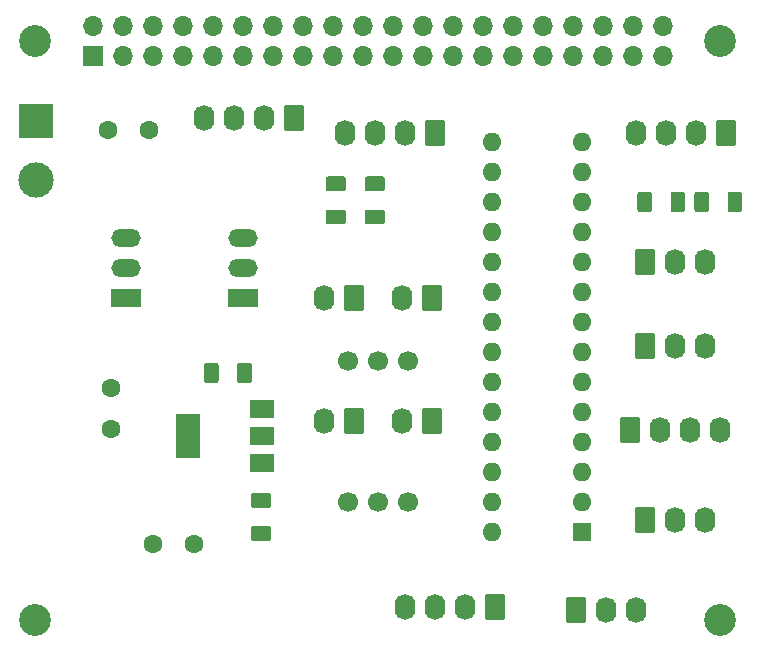
<source format=gts>
G04 #@! TF.GenerationSoftware,KiCad,Pcbnew,5.1.2-f72e74a~84~ubuntu18.04.1*
G04 #@! TF.CreationDate,2019-08-10T09:51:38+02:00*
G04 #@! TF.ProjectId,RPI_Peripheral_Expander,5250495f-5065-4726-9970-686572616c5f,rev?*
G04 #@! TF.SameCoordinates,Original*
G04 #@! TF.FileFunction,Soldermask,Top*
G04 #@! TF.FilePolarity,Negative*
%FSLAX46Y46*%
G04 Gerber Fmt 4.6, Leading zero omitted, Abs format (unit mm)*
G04 Created by KiCad (PCBNEW 5.1.2-f72e74a~84~ubuntu18.04.1) date 2019-08-10 09:51:38*
%MOMM*%
%LPD*%
G04 APERTURE LIST*
%ADD10O,1.740000X2.200000*%
%ADD11C,0.150000*%
%ADD12C,1.740000*%
%ADD13R,1.700000X1.700000*%
%ADD14O,1.700000X1.700000*%
%ADD15C,2.700000*%
%ADD16C,1.600000*%
%ADD17C,1.250000*%
%ADD18R,3.000000X3.000000*%
%ADD19C,3.000000*%
%ADD20R,2.000000X3.800000*%
%ADD21R,2.000000X1.500000*%
%ADD22R,2.500000X1.500000*%
%ADD23O,2.500000X1.500000*%
%ADD24C,1.700000*%
%ADD25R,1.600000X1.600000*%
%ADD26O,1.600000X1.600000*%
G04 APERTURE END LIST*
D10*
X260198000Y-116218000D03*
X257658000Y-116218000D03*
D11*
G36*
X255762505Y-115119204D02*
G01*
X255786773Y-115122804D01*
X255810572Y-115128765D01*
X255833671Y-115137030D01*
X255855850Y-115147520D01*
X255876893Y-115160132D01*
X255896599Y-115174747D01*
X255914777Y-115191223D01*
X255931253Y-115209401D01*
X255945868Y-115229107D01*
X255958480Y-115250150D01*
X255968970Y-115272329D01*
X255977235Y-115295428D01*
X255983196Y-115319227D01*
X255986796Y-115343495D01*
X255988000Y-115367999D01*
X255988000Y-117068001D01*
X255986796Y-117092505D01*
X255983196Y-117116773D01*
X255977235Y-117140572D01*
X255968970Y-117163671D01*
X255958480Y-117185850D01*
X255945868Y-117206893D01*
X255931253Y-117226599D01*
X255914777Y-117244777D01*
X255896599Y-117261253D01*
X255876893Y-117275868D01*
X255855850Y-117288480D01*
X255833671Y-117298970D01*
X255810572Y-117307235D01*
X255786773Y-117313196D01*
X255762505Y-117316796D01*
X255738001Y-117318000D01*
X254497999Y-117318000D01*
X254473495Y-117316796D01*
X254449227Y-117313196D01*
X254425428Y-117307235D01*
X254402329Y-117298970D01*
X254380150Y-117288480D01*
X254359107Y-117275868D01*
X254339401Y-117261253D01*
X254321223Y-117244777D01*
X254304747Y-117226599D01*
X254290132Y-117206893D01*
X254277520Y-117185850D01*
X254267030Y-117163671D01*
X254258765Y-117140572D01*
X254252804Y-117116773D01*
X254249204Y-117092505D01*
X254248000Y-117068001D01*
X254248000Y-115367999D01*
X254249204Y-115343495D01*
X254252804Y-115319227D01*
X254258765Y-115295428D01*
X254267030Y-115272329D01*
X254277520Y-115250150D01*
X254290132Y-115229107D01*
X254304747Y-115209401D01*
X254321223Y-115191223D01*
X254339401Y-115174747D01*
X254359107Y-115160132D01*
X254380150Y-115147520D01*
X254402329Y-115137030D01*
X254425428Y-115128765D01*
X254449227Y-115122804D01*
X254473495Y-115119204D01*
X254497999Y-115118000D01*
X255738001Y-115118000D01*
X255762505Y-115119204D01*
X255762505Y-115119204D01*
G37*
D12*
X255118000Y-116218000D03*
D10*
X234544000Y-119266000D03*
D11*
G36*
X237728505Y-118167204D02*
G01*
X237752773Y-118170804D01*
X237776572Y-118176765D01*
X237799671Y-118185030D01*
X237821850Y-118195520D01*
X237842893Y-118208132D01*
X237862599Y-118222747D01*
X237880777Y-118239223D01*
X237897253Y-118257401D01*
X237911868Y-118277107D01*
X237924480Y-118298150D01*
X237934970Y-118320329D01*
X237943235Y-118343428D01*
X237949196Y-118367227D01*
X237952796Y-118391495D01*
X237954000Y-118415999D01*
X237954000Y-120116001D01*
X237952796Y-120140505D01*
X237949196Y-120164773D01*
X237943235Y-120188572D01*
X237934970Y-120211671D01*
X237924480Y-120233850D01*
X237911868Y-120254893D01*
X237897253Y-120274599D01*
X237880777Y-120292777D01*
X237862599Y-120309253D01*
X237842893Y-120323868D01*
X237821850Y-120336480D01*
X237799671Y-120346970D01*
X237776572Y-120355235D01*
X237752773Y-120361196D01*
X237728505Y-120364796D01*
X237704001Y-120366000D01*
X236463999Y-120366000D01*
X236439495Y-120364796D01*
X236415227Y-120361196D01*
X236391428Y-120355235D01*
X236368329Y-120346970D01*
X236346150Y-120336480D01*
X236325107Y-120323868D01*
X236305401Y-120309253D01*
X236287223Y-120292777D01*
X236270747Y-120274599D01*
X236256132Y-120254893D01*
X236243520Y-120233850D01*
X236233030Y-120211671D01*
X236224765Y-120188572D01*
X236218804Y-120164773D01*
X236215204Y-120140505D01*
X236214000Y-120116001D01*
X236214000Y-118415999D01*
X236215204Y-118391495D01*
X236218804Y-118367227D01*
X236224765Y-118343428D01*
X236233030Y-118320329D01*
X236243520Y-118298150D01*
X236256132Y-118277107D01*
X236270747Y-118257401D01*
X236287223Y-118239223D01*
X236305401Y-118222747D01*
X236325107Y-118208132D01*
X236346150Y-118195520D01*
X236368329Y-118185030D01*
X236391428Y-118176765D01*
X236415227Y-118170804D01*
X236439495Y-118167204D01*
X236463999Y-118166000D01*
X237704001Y-118166000D01*
X237728505Y-118167204D01*
X237728505Y-118167204D01*
G37*
D12*
X237084000Y-119266000D03*
D13*
X208370000Y-98770000D03*
D14*
X208370000Y-96230000D03*
X210910000Y-98770000D03*
X210910000Y-96230000D03*
X213450000Y-98770000D03*
X213450000Y-96230000D03*
X215990000Y-98770000D03*
X215990000Y-96230000D03*
X218530000Y-98770000D03*
X218530000Y-96230000D03*
X221070000Y-98770000D03*
X221070000Y-96230000D03*
X223610000Y-98770000D03*
X223610000Y-96230000D03*
X226150000Y-98770000D03*
X226150000Y-96230000D03*
X228690000Y-98770000D03*
X228690000Y-96230000D03*
X231230000Y-98770000D03*
X231230000Y-96230000D03*
X233770000Y-98770000D03*
X233770000Y-96230000D03*
X236310000Y-98770000D03*
X236310000Y-96230000D03*
X238850000Y-98770000D03*
X238850000Y-96230000D03*
X241390000Y-98770000D03*
X241390000Y-96230000D03*
X243930000Y-98770000D03*
X243930000Y-96230000D03*
X246470000Y-98770000D03*
X246470000Y-96230000D03*
X249010000Y-98770000D03*
X249010000Y-96230000D03*
X251550000Y-98770000D03*
X251550000Y-96230000D03*
X254090000Y-98770000D03*
X254090000Y-96230000D03*
X256630000Y-98770000D03*
X256630000Y-96230000D03*
D15*
X261500000Y-146500000D03*
X203500000Y-146500000D03*
X261500000Y-97500000D03*
X203500000Y-97500000D03*
D16*
X209906000Y-130386000D03*
X209906000Y-126886000D03*
X213462000Y-140094000D03*
X216962000Y-140094000D03*
D11*
G36*
X221611504Y-124742204D02*
G01*
X221635773Y-124745804D01*
X221659571Y-124751765D01*
X221682671Y-124760030D01*
X221704849Y-124770520D01*
X221725893Y-124783133D01*
X221745598Y-124797747D01*
X221763777Y-124814223D01*
X221780253Y-124832402D01*
X221794867Y-124852107D01*
X221807480Y-124873151D01*
X221817970Y-124895329D01*
X221826235Y-124918429D01*
X221832196Y-124942227D01*
X221835796Y-124966496D01*
X221837000Y-124991000D01*
X221837000Y-126241000D01*
X221835796Y-126265504D01*
X221832196Y-126289773D01*
X221826235Y-126313571D01*
X221817970Y-126336671D01*
X221807480Y-126358849D01*
X221794867Y-126379893D01*
X221780253Y-126399598D01*
X221763777Y-126417777D01*
X221745598Y-126434253D01*
X221725893Y-126448867D01*
X221704849Y-126461480D01*
X221682671Y-126471970D01*
X221659571Y-126480235D01*
X221635773Y-126486196D01*
X221611504Y-126489796D01*
X221587000Y-126491000D01*
X220837000Y-126491000D01*
X220812496Y-126489796D01*
X220788227Y-126486196D01*
X220764429Y-126480235D01*
X220741329Y-126471970D01*
X220719151Y-126461480D01*
X220698107Y-126448867D01*
X220678402Y-126434253D01*
X220660223Y-126417777D01*
X220643747Y-126399598D01*
X220629133Y-126379893D01*
X220616520Y-126358849D01*
X220606030Y-126336671D01*
X220597765Y-126313571D01*
X220591804Y-126289773D01*
X220588204Y-126265504D01*
X220587000Y-126241000D01*
X220587000Y-124991000D01*
X220588204Y-124966496D01*
X220591804Y-124942227D01*
X220597765Y-124918429D01*
X220606030Y-124895329D01*
X220616520Y-124873151D01*
X220629133Y-124852107D01*
X220643747Y-124832402D01*
X220660223Y-124814223D01*
X220678402Y-124797747D01*
X220698107Y-124783133D01*
X220719151Y-124770520D01*
X220741329Y-124760030D01*
X220764429Y-124751765D01*
X220788227Y-124745804D01*
X220812496Y-124742204D01*
X220837000Y-124741000D01*
X221587000Y-124741000D01*
X221611504Y-124742204D01*
X221611504Y-124742204D01*
G37*
D17*
X221212000Y-125616000D03*
D11*
G36*
X218811504Y-124742204D02*
G01*
X218835773Y-124745804D01*
X218859571Y-124751765D01*
X218882671Y-124760030D01*
X218904849Y-124770520D01*
X218925893Y-124783133D01*
X218945598Y-124797747D01*
X218963777Y-124814223D01*
X218980253Y-124832402D01*
X218994867Y-124852107D01*
X219007480Y-124873151D01*
X219017970Y-124895329D01*
X219026235Y-124918429D01*
X219032196Y-124942227D01*
X219035796Y-124966496D01*
X219037000Y-124991000D01*
X219037000Y-126241000D01*
X219035796Y-126265504D01*
X219032196Y-126289773D01*
X219026235Y-126313571D01*
X219017970Y-126336671D01*
X219007480Y-126358849D01*
X218994867Y-126379893D01*
X218980253Y-126399598D01*
X218963777Y-126417777D01*
X218945598Y-126434253D01*
X218925893Y-126448867D01*
X218904849Y-126461480D01*
X218882671Y-126471970D01*
X218859571Y-126480235D01*
X218835773Y-126486196D01*
X218811504Y-126489796D01*
X218787000Y-126491000D01*
X218037000Y-126491000D01*
X218012496Y-126489796D01*
X217988227Y-126486196D01*
X217964429Y-126480235D01*
X217941329Y-126471970D01*
X217919151Y-126461480D01*
X217898107Y-126448867D01*
X217878402Y-126434253D01*
X217860223Y-126417777D01*
X217843747Y-126399598D01*
X217829133Y-126379893D01*
X217816520Y-126358849D01*
X217806030Y-126336671D01*
X217797765Y-126313571D01*
X217791804Y-126289773D01*
X217788204Y-126265504D01*
X217787000Y-126241000D01*
X217787000Y-124991000D01*
X217788204Y-124966496D01*
X217791804Y-124942227D01*
X217797765Y-124918429D01*
X217806030Y-124895329D01*
X217816520Y-124873151D01*
X217829133Y-124852107D01*
X217843747Y-124832402D01*
X217860223Y-124814223D01*
X217878402Y-124797747D01*
X217898107Y-124783133D01*
X217919151Y-124770520D01*
X217941329Y-124760030D01*
X217964429Y-124751765D01*
X217988227Y-124745804D01*
X218012496Y-124742204D01*
X218037000Y-124741000D01*
X218787000Y-124741000D01*
X218811504Y-124742204D01*
X218811504Y-124742204D01*
G37*
D17*
X218412000Y-125616000D03*
D11*
G36*
X223255504Y-135784204D02*
G01*
X223279773Y-135787804D01*
X223303571Y-135793765D01*
X223326671Y-135802030D01*
X223348849Y-135812520D01*
X223369893Y-135825133D01*
X223389598Y-135839747D01*
X223407777Y-135856223D01*
X223424253Y-135874402D01*
X223438867Y-135894107D01*
X223451480Y-135915151D01*
X223461970Y-135937329D01*
X223470235Y-135960429D01*
X223476196Y-135984227D01*
X223479796Y-136008496D01*
X223481000Y-136033000D01*
X223481000Y-136783000D01*
X223479796Y-136807504D01*
X223476196Y-136831773D01*
X223470235Y-136855571D01*
X223461970Y-136878671D01*
X223451480Y-136900849D01*
X223438867Y-136921893D01*
X223424253Y-136941598D01*
X223407777Y-136959777D01*
X223389598Y-136976253D01*
X223369893Y-136990867D01*
X223348849Y-137003480D01*
X223326671Y-137013970D01*
X223303571Y-137022235D01*
X223279773Y-137028196D01*
X223255504Y-137031796D01*
X223231000Y-137033000D01*
X221981000Y-137033000D01*
X221956496Y-137031796D01*
X221932227Y-137028196D01*
X221908429Y-137022235D01*
X221885329Y-137013970D01*
X221863151Y-137003480D01*
X221842107Y-136990867D01*
X221822402Y-136976253D01*
X221804223Y-136959777D01*
X221787747Y-136941598D01*
X221773133Y-136921893D01*
X221760520Y-136900849D01*
X221750030Y-136878671D01*
X221741765Y-136855571D01*
X221735804Y-136831773D01*
X221732204Y-136807504D01*
X221731000Y-136783000D01*
X221731000Y-136033000D01*
X221732204Y-136008496D01*
X221735804Y-135984227D01*
X221741765Y-135960429D01*
X221750030Y-135937329D01*
X221760520Y-135915151D01*
X221773133Y-135894107D01*
X221787747Y-135874402D01*
X221804223Y-135856223D01*
X221822402Y-135839747D01*
X221842107Y-135825133D01*
X221863151Y-135812520D01*
X221885329Y-135802030D01*
X221908429Y-135793765D01*
X221932227Y-135787804D01*
X221956496Y-135784204D01*
X221981000Y-135783000D01*
X223231000Y-135783000D01*
X223255504Y-135784204D01*
X223255504Y-135784204D01*
G37*
D17*
X222606000Y-136408000D03*
D11*
G36*
X223255504Y-138584204D02*
G01*
X223279773Y-138587804D01*
X223303571Y-138593765D01*
X223326671Y-138602030D01*
X223348849Y-138612520D01*
X223369893Y-138625133D01*
X223389598Y-138639747D01*
X223407777Y-138656223D01*
X223424253Y-138674402D01*
X223438867Y-138694107D01*
X223451480Y-138715151D01*
X223461970Y-138737329D01*
X223470235Y-138760429D01*
X223476196Y-138784227D01*
X223479796Y-138808496D01*
X223481000Y-138833000D01*
X223481000Y-139583000D01*
X223479796Y-139607504D01*
X223476196Y-139631773D01*
X223470235Y-139655571D01*
X223461970Y-139678671D01*
X223451480Y-139700849D01*
X223438867Y-139721893D01*
X223424253Y-139741598D01*
X223407777Y-139759777D01*
X223389598Y-139776253D01*
X223369893Y-139790867D01*
X223348849Y-139803480D01*
X223326671Y-139813970D01*
X223303571Y-139822235D01*
X223279773Y-139828196D01*
X223255504Y-139831796D01*
X223231000Y-139833000D01*
X221981000Y-139833000D01*
X221956496Y-139831796D01*
X221932227Y-139828196D01*
X221908429Y-139822235D01*
X221885329Y-139813970D01*
X221863151Y-139803480D01*
X221842107Y-139790867D01*
X221822402Y-139776253D01*
X221804223Y-139759777D01*
X221787747Y-139741598D01*
X221773133Y-139721893D01*
X221760520Y-139700849D01*
X221750030Y-139678671D01*
X221741765Y-139655571D01*
X221735804Y-139631773D01*
X221732204Y-139607504D01*
X221731000Y-139583000D01*
X221731000Y-138833000D01*
X221732204Y-138808496D01*
X221735804Y-138784227D01*
X221741765Y-138760429D01*
X221750030Y-138737329D01*
X221760520Y-138715151D01*
X221773133Y-138694107D01*
X221787747Y-138674402D01*
X221804223Y-138656223D01*
X221822402Y-138639747D01*
X221842107Y-138625133D01*
X221863151Y-138612520D01*
X221885329Y-138602030D01*
X221908429Y-138593765D01*
X221932227Y-138587804D01*
X221956496Y-138584204D01*
X221981000Y-138583000D01*
X223231000Y-138583000D01*
X223255504Y-138584204D01*
X223255504Y-138584204D01*
G37*
D17*
X222606000Y-139208000D03*
D11*
G36*
X263143504Y-110264204D02*
G01*
X263167773Y-110267804D01*
X263191571Y-110273765D01*
X263214671Y-110282030D01*
X263236849Y-110292520D01*
X263257893Y-110305133D01*
X263277598Y-110319747D01*
X263295777Y-110336223D01*
X263312253Y-110354402D01*
X263326867Y-110374107D01*
X263339480Y-110395151D01*
X263349970Y-110417329D01*
X263358235Y-110440429D01*
X263364196Y-110464227D01*
X263367796Y-110488496D01*
X263369000Y-110513000D01*
X263369000Y-111763000D01*
X263367796Y-111787504D01*
X263364196Y-111811773D01*
X263358235Y-111835571D01*
X263349970Y-111858671D01*
X263339480Y-111880849D01*
X263326867Y-111901893D01*
X263312253Y-111921598D01*
X263295777Y-111939777D01*
X263277598Y-111956253D01*
X263257893Y-111970867D01*
X263236849Y-111983480D01*
X263214671Y-111993970D01*
X263191571Y-112002235D01*
X263167773Y-112008196D01*
X263143504Y-112011796D01*
X263119000Y-112013000D01*
X262369000Y-112013000D01*
X262344496Y-112011796D01*
X262320227Y-112008196D01*
X262296429Y-112002235D01*
X262273329Y-111993970D01*
X262251151Y-111983480D01*
X262230107Y-111970867D01*
X262210402Y-111956253D01*
X262192223Y-111939777D01*
X262175747Y-111921598D01*
X262161133Y-111901893D01*
X262148520Y-111880849D01*
X262138030Y-111858671D01*
X262129765Y-111835571D01*
X262123804Y-111811773D01*
X262120204Y-111787504D01*
X262119000Y-111763000D01*
X262119000Y-110513000D01*
X262120204Y-110488496D01*
X262123804Y-110464227D01*
X262129765Y-110440429D01*
X262138030Y-110417329D01*
X262148520Y-110395151D01*
X262161133Y-110374107D01*
X262175747Y-110354402D01*
X262192223Y-110336223D01*
X262210402Y-110319747D01*
X262230107Y-110305133D01*
X262251151Y-110292520D01*
X262273329Y-110282030D01*
X262296429Y-110273765D01*
X262320227Y-110267804D01*
X262344496Y-110264204D01*
X262369000Y-110263000D01*
X263119000Y-110263000D01*
X263143504Y-110264204D01*
X263143504Y-110264204D01*
G37*
D17*
X262744000Y-111138000D03*
D11*
G36*
X260343504Y-110264204D02*
G01*
X260367773Y-110267804D01*
X260391571Y-110273765D01*
X260414671Y-110282030D01*
X260436849Y-110292520D01*
X260457893Y-110305133D01*
X260477598Y-110319747D01*
X260495777Y-110336223D01*
X260512253Y-110354402D01*
X260526867Y-110374107D01*
X260539480Y-110395151D01*
X260549970Y-110417329D01*
X260558235Y-110440429D01*
X260564196Y-110464227D01*
X260567796Y-110488496D01*
X260569000Y-110513000D01*
X260569000Y-111763000D01*
X260567796Y-111787504D01*
X260564196Y-111811773D01*
X260558235Y-111835571D01*
X260549970Y-111858671D01*
X260539480Y-111880849D01*
X260526867Y-111901893D01*
X260512253Y-111921598D01*
X260495777Y-111939777D01*
X260477598Y-111956253D01*
X260457893Y-111970867D01*
X260436849Y-111983480D01*
X260414671Y-111993970D01*
X260391571Y-112002235D01*
X260367773Y-112008196D01*
X260343504Y-112011796D01*
X260319000Y-112013000D01*
X259569000Y-112013000D01*
X259544496Y-112011796D01*
X259520227Y-112008196D01*
X259496429Y-112002235D01*
X259473329Y-111993970D01*
X259451151Y-111983480D01*
X259430107Y-111970867D01*
X259410402Y-111956253D01*
X259392223Y-111939777D01*
X259375747Y-111921598D01*
X259361133Y-111901893D01*
X259348520Y-111880849D01*
X259338030Y-111858671D01*
X259329765Y-111835571D01*
X259323804Y-111811773D01*
X259320204Y-111787504D01*
X259319000Y-111763000D01*
X259319000Y-110513000D01*
X259320204Y-110488496D01*
X259323804Y-110464227D01*
X259329765Y-110440429D01*
X259338030Y-110417329D01*
X259348520Y-110395151D01*
X259361133Y-110374107D01*
X259375747Y-110354402D01*
X259392223Y-110336223D01*
X259410402Y-110319747D01*
X259430107Y-110305133D01*
X259451151Y-110292520D01*
X259473329Y-110282030D01*
X259496429Y-110273765D01*
X259520227Y-110267804D01*
X259544496Y-110264204D01*
X259569000Y-110263000D01*
X260319000Y-110263000D01*
X260343504Y-110264204D01*
X260343504Y-110264204D01*
G37*
D17*
X259944000Y-111138000D03*
D18*
X203556000Y-104280000D03*
D19*
X203556000Y-109280000D03*
D10*
X254356000Y-105296000D03*
X256896000Y-105296000D03*
X259436000Y-105296000D03*
D11*
G36*
X262620505Y-104197204D02*
G01*
X262644773Y-104200804D01*
X262668572Y-104206765D01*
X262691671Y-104215030D01*
X262713850Y-104225520D01*
X262734893Y-104238132D01*
X262754599Y-104252747D01*
X262772777Y-104269223D01*
X262789253Y-104287401D01*
X262803868Y-104307107D01*
X262816480Y-104328150D01*
X262826970Y-104350329D01*
X262835235Y-104373428D01*
X262841196Y-104397227D01*
X262844796Y-104421495D01*
X262846000Y-104445999D01*
X262846000Y-106146001D01*
X262844796Y-106170505D01*
X262841196Y-106194773D01*
X262835235Y-106218572D01*
X262826970Y-106241671D01*
X262816480Y-106263850D01*
X262803868Y-106284893D01*
X262789253Y-106304599D01*
X262772777Y-106322777D01*
X262754599Y-106339253D01*
X262734893Y-106353868D01*
X262713850Y-106366480D01*
X262691671Y-106376970D01*
X262668572Y-106385235D01*
X262644773Y-106391196D01*
X262620505Y-106394796D01*
X262596001Y-106396000D01*
X261355999Y-106396000D01*
X261331495Y-106394796D01*
X261307227Y-106391196D01*
X261283428Y-106385235D01*
X261260329Y-106376970D01*
X261238150Y-106366480D01*
X261217107Y-106353868D01*
X261197401Y-106339253D01*
X261179223Y-106322777D01*
X261162747Y-106304599D01*
X261148132Y-106284893D01*
X261135520Y-106263850D01*
X261125030Y-106241671D01*
X261116765Y-106218572D01*
X261110804Y-106194773D01*
X261107204Y-106170505D01*
X261106000Y-106146001D01*
X261106000Y-104445999D01*
X261107204Y-104421495D01*
X261110804Y-104397227D01*
X261116765Y-104373428D01*
X261125030Y-104350329D01*
X261135520Y-104328150D01*
X261148132Y-104307107D01*
X261162747Y-104287401D01*
X261179223Y-104269223D01*
X261197401Y-104252747D01*
X261217107Y-104238132D01*
X261238150Y-104225520D01*
X261260329Y-104215030D01*
X261283428Y-104206765D01*
X261307227Y-104200804D01*
X261331495Y-104197204D01*
X261355999Y-104196000D01*
X262596001Y-104196000D01*
X262620505Y-104197204D01*
X262620505Y-104197204D01*
G37*
D12*
X261976000Y-105296000D03*
D11*
G36*
X237982505Y-104197204D02*
G01*
X238006773Y-104200804D01*
X238030572Y-104206765D01*
X238053671Y-104215030D01*
X238075850Y-104225520D01*
X238096893Y-104238132D01*
X238116599Y-104252747D01*
X238134777Y-104269223D01*
X238151253Y-104287401D01*
X238165868Y-104307107D01*
X238178480Y-104328150D01*
X238188970Y-104350329D01*
X238197235Y-104373428D01*
X238203196Y-104397227D01*
X238206796Y-104421495D01*
X238208000Y-104445999D01*
X238208000Y-106146001D01*
X238206796Y-106170505D01*
X238203196Y-106194773D01*
X238197235Y-106218572D01*
X238188970Y-106241671D01*
X238178480Y-106263850D01*
X238165868Y-106284893D01*
X238151253Y-106304599D01*
X238134777Y-106322777D01*
X238116599Y-106339253D01*
X238096893Y-106353868D01*
X238075850Y-106366480D01*
X238053671Y-106376970D01*
X238030572Y-106385235D01*
X238006773Y-106391196D01*
X237982505Y-106394796D01*
X237958001Y-106396000D01*
X236717999Y-106396000D01*
X236693495Y-106394796D01*
X236669227Y-106391196D01*
X236645428Y-106385235D01*
X236622329Y-106376970D01*
X236600150Y-106366480D01*
X236579107Y-106353868D01*
X236559401Y-106339253D01*
X236541223Y-106322777D01*
X236524747Y-106304599D01*
X236510132Y-106284893D01*
X236497520Y-106263850D01*
X236487030Y-106241671D01*
X236478765Y-106218572D01*
X236472804Y-106194773D01*
X236469204Y-106170505D01*
X236468000Y-106146001D01*
X236468000Y-104445999D01*
X236469204Y-104421495D01*
X236472804Y-104397227D01*
X236478765Y-104373428D01*
X236487030Y-104350329D01*
X236497520Y-104328150D01*
X236510132Y-104307107D01*
X236524747Y-104287401D01*
X236541223Y-104269223D01*
X236559401Y-104252747D01*
X236579107Y-104238132D01*
X236600150Y-104225520D01*
X236622329Y-104215030D01*
X236645428Y-104206765D01*
X236669227Y-104200804D01*
X236693495Y-104197204D01*
X236717999Y-104196000D01*
X237958001Y-104196000D01*
X237982505Y-104197204D01*
X237982505Y-104197204D01*
G37*
D12*
X237338000Y-105296000D03*
D10*
X234798000Y-105296000D03*
X232258000Y-105296000D03*
X229718000Y-105296000D03*
D11*
G36*
X243062505Y-144329204D02*
G01*
X243086773Y-144332804D01*
X243110572Y-144338765D01*
X243133671Y-144347030D01*
X243155850Y-144357520D01*
X243176893Y-144370132D01*
X243196599Y-144384747D01*
X243214777Y-144401223D01*
X243231253Y-144419401D01*
X243245868Y-144439107D01*
X243258480Y-144460150D01*
X243268970Y-144482329D01*
X243277235Y-144505428D01*
X243283196Y-144529227D01*
X243286796Y-144553495D01*
X243288000Y-144577999D01*
X243288000Y-146278001D01*
X243286796Y-146302505D01*
X243283196Y-146326773D01*
X243277235Y-146350572D01*
X243268970Y-146373671D01*
X243258480Y-146395850D01*
X243245868Y-146416893D01*
X243231253Y-146436599D01*
X243214777Y-146454777D01*
X243196599Y-146471253D01*
X243176893Y-146485868D01*
X243155850Y-146498480D01*
X243133671Y-146508970D01*
X243110572Y-146517235D01*
X243086773Y-146523196D01*
X243062505Y-146526796D01*
X243038001Y-146528000D01*
X241797999Y-146528000D01*
X241773495Y-146526796D01*
X241749227Y-146523196D01*
X241725428Y-146517235D01*
X241702329Y-146508970D01*
X241680150Y-146498480D01*
X241659107Y-146485868D01*
X241639401Y-146471253D01*
X241621223Y-146454777D01*
X241604747Y-146436599D01*
X241590132Y-146416893D01*
X241577520Y-146395850D01*
X241567030Y-146373671D01*
X241558765Y-146350572D01*
X241552804Y-146326773D01*
X241549204Y-146302505D01*
X241548000Y-146278001D01*
X241548000Y-144577999D01*
X241549204Y-144553495D01*
X241552804Y-144529227D01*
X241558765Y-144505428D01*
X241567030Y-144482329D01*
X241577520Y-144460150D01*
X241590132Y-144439107D01*
X241604747Y-144419401D01*
X241621223Y-144401223D01*
X241639401Y-144384747D01*
X241659107Y-144370132D01*
X241680150Y-144357520D01*
X241702329Y-144347030D01*
X241725428Y-144338765D01*
X241749227Y-144332804D01*
X241773495Y-144329204D01*
X241797999Y-144328000D01*
X243038001Y-144328000D01*
X243062505Y-144329204D01*
X243062505Y-144329204D01*
G37*
D12*
X242418000Y-145428000D03*
D10*
X239878000Y-145428000D03*
X237338000Y-145428000D03*
X234798000Y-145428000D03*
X234544000Y-129680000D03*
D11*
G36*
X237728505Y-128581204D02*
G01*
X237752773Y-128584804D01*
X237776572Y-128590765D01*
X237799671Y-128599030D01*
X237821850Y-128609520D01*
X237842893Y-128622132D01*
X237862599Y-128636747D01*
X237880777Y-128653223D01*
X237897253Y-128671401D01*
X237911868Y-128691107D01*
X237924480Y-128712150D01*
X237934970Y-128734329D01*
X237943235Y-128757428D01*
X237949196Y-128781227D01*
X237952796Y-128805495D01*
X237954000Y-128829999D01*
X237954000Y-130530001D01*
X237952796Y-130554505D01*
X237949196Y-130578773D01*
X237943235Y-130602572D01*
X237934970Y-130625671D01*
X237924480Y-130647850D01*
X237911868Y-130668893D01*
X237897253Y-130688599D01*
X237880777Y-130706777D01*
X237862599Y-130723253D01*
X237842893Y-130737868D01*
X237821850Y-130750480D01*
X237799671Y-130760970D01*
X237776572Y-130769235D01*
X237752773Y-130775196D01*
X237728505Y-130778796D01*
X237704001Y-130780000D01*
X236463999Y-130780000D01*
X236439495Y-130778796D01*
X236415227Y-130775196D01*
X236391428Y-130769235D01*
X236368329Y-130760970D01*
X236346150Y-130750480D01*
X236325107Y-130737868D01*
X236305401Y-130723253D01*
X236287223Y-130706777D01*
X236270747Y-130688599D01*
X236256132Y-130668893D01*
X236243520Y-130647850D01*
X236233030Y-130625671D01*
X236224765Y-130602572D01*
X236218804Y-130578773D01*
X236215204Y-130554505D01*
X236214000Y-130530001D01*
X236214000Y-128829999D01*
X236215204Y-128805495D01*
X236218804Y-128781227D01*
X236224765Y-128757428D01*
X236233030Y-128734329D01*
X236243520Y-128712150D01*
X236256132Y-128691107D01*
X236270747Y-128671401D01*
X236287223Y-128653223D01*
X236305401Y-128636747D01*
X236325107Y-128622132D01*
X236346150Y-128609520D01*
X236368329Y-128599030D01*
X236391428Y-128590765D01*
X236415227Y-128584804D01*
X236439495Y-128581204D01*
X236463999Y-128580000D01*
X237704001Y-128580000D01*
X237728505Y-128581204D01*
X237728505Y-128581204D01*
G37*
D12*
X237084000Y-129680000D03*
D11*
G36*
X231124505Y-128581204D02*
G01*
X231148773Y-128584804D01*
X231172572Y-128590765D01*
X231195671Y-128599030D01*
X231217850Y-128609520D01*
X231238893Y-128622132D01*
X231258599Y-128636747D01*
X231276777Y-128653223D01*
X231293253Y-128671401D01*
X231307868Y-128691107D01*
X231320480Y-128712150D01*
X231330970Y-128734329D01*
X231339235Y-128757428D01*
X231345196Y-128781227D01*
X231348796Y-128805495D01*
X231350000Y-128829999D01*
X231350000Y-130530001D01*
X231348796Y-130554505D01*
X231345196Y-130578773D01*
X231339235Y-130602572D01*
X231330970Y-130625671D01*
X231320480Y-130647850D01*
X231307868Y-130668893D01*
X231293253Y-130688599D01*
X231276777Y-130706777D01*
X231258599Y-130723253D01*
X231238893Y-130737868D01*
X231217850Y-130750480D01*
X231195671Y-130760970D01*
X231172572Y-130769235D01*
X231148773Y-130775196D01*
X231124505Y-130778796D01*
X231100001Y-130780000D01*
X229859999Y-130780000D01*
X229835495Y-130778796D01*
X229811227Y-130775196D01*
X229787428Y-130769235D01*
X229764329Y-130760970D01*
X229742150Y-130750480D01*
X229721107Y-130737868D01*
X229701401Y-130723253D01*
X229683223Y-130706777D01*
X229666747Y-130688599D01*
X229652132Y-130668893D01*
X229639520Y-130647850D01*
X229629030Y-130625671D01*
X229620765Y-130602572D01*
X229614804Y-130578773D01*
X229611204Y-130554505D01*
X229610000Y-130530001D01*
X229610000Y-128829999D01*
X229611204Y-128805495D01*
X229614804Y-128781227D01*
X229620765Y-128757428D01*
X229629030Y-128734329D01*
X229639520Y-128712150D01*
X229652132Y-128691107D01*
X229666747Y-128671401D01*
X229683223Y-128653223D01*
X229701401Y-128636747D01*
X229721107Y-128622132D01*
X229742150Y-128609520D01*
X229764329Y-128599030D01*
X229787428Y-128590765D01*
X229811227Y-128584804D01*
X229835495Y-128581204D01*
X229859999Y-128580000D01*
X231100001Y-128580000D01*
X231124505Y-128581204D01*
X231124505Y-128581204D01*
G37*
D12*
X230480000Y-129680000D03*
D10*
X227940000Y-129680000D03*
D11*
G36*
X229605504Y-108984204D02*
G01*
X229629773Y-108987804D01*
X229653571Y-108993765D01*
X229676671Y-109002030D01*
X229698849Y-109012520D01*
X229719893Y-109025133D01*
X229739598Y-109039747D01*
X229757777Y-109056223D01*
X229774253Y-109074402D01*
X229788867Y-109094107D01*
X229801480Y-109115151D01*
X229811970Y-109137329D01*
X229820235Y-109160429D01*
X229826196Y-109184227D01*
X229829796Y-109208496D01*
X229831000Y-109233000D01*
X229831000Y-109983000D01*
X229829796Y-110007504D01*
X229826196Y-110031773D01*
X229820235Y-110055571D01*
X229811970Y-110078671D01*
X229801480Y-110100849D01*
X229788867Y-110121893D01*
X229774253Y-110141598D01*
X229757777Y-110159777D01*
X229739598Y-110176253D01*
X229719893Y-110190867D01*
X229698849Y-110203480D01*
X229676671Y-110213970D01*
X229653571Y-110222235D01*
X229629773Y-110228196D01*
X229605504Y-110231796D01*
X229581000Y-110233000D01*
X228331000Y-110233000D01*
X228306496Y-110231796D01*
X228282227Y-110228196D01*
X228258429Y-110222235D01*
X228235329Y-110213970D01*
X228213151Y-110203480D01*
X228192107Y-110190867D01*
X228172402Y-110176253D01*
X228154223Y-110159777D01*
X228137747Y-110141598D01*
X228123133Y-110121893D01*
X228110520Y-110100849D01*
X228100030Y-110078671D01*
X228091765Y-110055571D01*
X228085804Y-110031773D01*
X228082204Y-110007504D01*
X228081000Y-109983000D01*
X228081000Y-109233000D01*
X228082204Y-109208496D01*
X228085804Y-109184227D01*
X228091765Y-109160429D01*
X228100030Y-109137329D01*
X228110520Y-109115151D01*
X228123133Y-109094107D01*
X228137747Y-109074402D01*
X228154223Y-109056223D01*
X228172402Y-109039747D01*
X228192107Y-109025133D01*
X228213151Y-109012520D01*
X228235329Y-109002030D01*
X228258429Y-108993765D01*
X228282227Y-108987804D01*
X228306496Y-108984204D01*
X228331000Y-108983000D01*
X229581000Y-108983000D01*
X229605504Y-108984204D01*
X229605504Y-108984204D01*
G37*
D17*
X228956000Y-109608000D03*
D11*
G36*
X229605504Y-111784204D02*
G01*
X229629773Y-111787804D01*
X229653571Y-111793765D01*
X229676671Y-111802030D01*
X229698849Y-111812520D01*
X229719893Y-111825133D01*
X229739598Y-111839747D01*
X229757777Y-111856223D01*
X229774253Y-111874402D01*
X229788867Y-111894107D01*
X229801480Y-111915151D01*
X229811970Y-111937329D01*
X229820235Y-111960429D01*
X229826196Y-111984227D01*
X229829796Y-112008496D01*
X229831000Y-112033000D01*
X229831000Y-112783000D01*
X229829796Y-112807504D01*
X229826196Y-112831773D01*
X229820235Y-112855571D01*
X229811970Y-112878671D01*
X229801480Y-112900849D01*
X229788867Y-112921893D01*
X229774253Y-112941598D01*
X229757777Y-112959777D01*
X229739598Y-112976253D01*
X229719893Y-112990867D01*
X229698849Y-113003480D01*
X229676671Y-113013970D01*
X229653571Y-113022235D01*
X229629773Y-113028196D01*
X229605504Y-113031796D01*
X229581000Y-113033000D01*
X228331000Y-113033000D01*
X228306496Y-113031796D01*
X228282227Y-113028196D01*
X228258429Y-113022235D01*
X228235329Y-113013970D01*
X228213151Y-113003480D01*
X228192107Y-112990867D01*
X228172402Y-112976253D01*
X228154223Y-112959777D01*
X228137747Y-112941598D01*
X228123133Y-112921893D01*
X228110520Y-112900849D01*
X228100030Y-112878671D01*
X228091765Y-112855571D01*
X228085804Y-112831773D01*
X228082204Y-112807504D01*
X228081000Y-112783000D01*
X228081000Y-112033000D01*
X228082204Y-112008496D01*
X228085804Y-111984227D01*
X228091765Y-111960429D01*
X228100030Y-111937329D01*
X228110520Y-111915151D01*
X228123133Y-111894107D01*
X228137747Y-111874402D01*
X228154223Y-111856223D01*
X228172402Y-111839747D01*
X228192107Y-111825133D01*
X228213151Y-111812520D01*
X228235329Y-111802030D01*
X228258429Y-111793765D01*
X228282227Y-111787804D01*
X228306496Y-111784204D01*
X228331000Y-111783000D01*
X229581000Y-111783000D01*
X229605504Y-111784204D01*
X229605504Y-111784204D01*
G37*
D17*
X228956000Y-112408000D03*
D11*
G36*
X232907504Y-111784204D02*
G01*
X232931773Y-111787804D01*
X232955571Y-111793765D01*
X232978671Y-111802030D01*
X233000849Y-111812520D01*
X233021893Y-111825133D01*
X233041598Y-111839747D01*
X233059777Y-111856223D01*
X233076253Y-111874402D01*
X233090867Y-111894107D01*
X233103480Y-111915151D01*
X233113970Y-111937329D01*
X233122235Y-111960429D01*
X233128196Y-111984227D01*
X233131796Y-112008496D01*
X233133000Y-112033000D01*
X233133000Y-112783000D01*
X233131796Y-112807504D01*
X233128196Y-112831773D01*
X233122235Y-112855571D01*
X233113970Y-112878671D01*
X233103480Y-112900849D01*
X233090867Y-112921893D01*
X233076253Y-112941598D01*
X233059777Y-112959777D01*
X233041598Y-112976253D01*
X233021893Y-112990867D01*
X233000849Y-113003480D01*
X232978671Y-113013970D01*
X232955571Y-113022235D01*
X232931773Y-113028196D01*
X232907504Y-113031796D01*
X232883000Y-113033000D01*
X231633000Y-113033000D01*
X231608496Y-113031796D01*
X231584227Y-113028196D01*
X231560429Y-113022235D01*
X231537329Y-113013970D01*
X231515151Y-113003480D01*
X231494107Y-112990867D01*
X231474402Y-112976253D01*
X231456223Y-112959777D01*
X231439747Y-112941598D01*
X231425133Y-112921893D01*
X231412520Y-112900849D01*
X231402030Y-112878671D01*
X231393765Y-112855571D01*
X231387804Y-112831773D01*
X231384204Y-112807504D01*
X231383000Y-112783000D01*
X231383000Y-112033000D01*
X231384204Y-112008496D01*
X231387804Y-111984227D01*
X231393765Y-111960429D01*
X231402030Y-111937329D01*
X231412520Y-111915151D01*
X231425133Y-111894107D01*
X231439747Y-111874402D01*
X231456223Y-111856223D01*
X231474402Y-111839747D01*
X231494107Y-111825133D01*
X231515151Y-111812520D01*
X231537329Y-111802030D01*
X231560429Y-111793765D01*
X231584227Y-111787804D01*
X231608496Y-111784204D01*
X231633000Y-111783000D01*
X232883000Y-111783000D01*
X232907504Y-111784204D01*
X232907504Y-111784204D01*
G37*
D17*
X232258000Y-112408000D03*
D11*
G36*
X232907504Y-108984204D02*
G01*
X232931773Y-108987804D01*
X232955571Y-108993765D01*
X232978671Y-109002030D01*
X233000849Y-109012520D01*
X233021893Y-109025133D01*
X233041598Y-109039747D01*
X233059777Y-109056223D01*
X233076253Y-109074402D01*
X233090867Y-109094107D01*
X233103480Y-109115151D01*
X233113970Y-109137329D01*
X233122235Y-109160429D01*
X233128196Y-109184227D01*
X233131796Y-109208496D01*
X233133000Y-109233000D01*
X233133000Y-109983000D01*
X233131796Y-110007504D01*
X233128196Y-110031773D01*
X233122235Y-110055571D01*
X233113970Y-110078671D01*
X233103480Y-110100849D01*
X233090867Y-110121893D01*
X233076253Y-110141598D01*
X233059777Y-110159777D01*
X233041598Y-110176253D01*
X233021893Y-110190867D01*
X233000849Y-110203480D01*
X232978671Y-110213970D01*
X232955571Y-110222235D01*
X232931773Y-110228196D01*
X232907504Y-110231796D01*
X232883000Y-110233000D01*
X231633000Y-110233000D01*
X231608496Y-110231796D01*
X231584227Y-110228196D01*
X231560429Y-110222235D01*
X231537329Y-110213970D01*
X231515151Y-110203480D01*
X231494107Y-110190867D01*
X231474402Y-110176253D01*
X231456223Y-110159777D01*
X231439747Y-110141598D01*
X231425133Y-110121893D01*
X231412520Y-110100849D01*
X231402030Y-110078671D01*
X231393765Y-110055571D01*
X231387804Y-110031773D01*
X231384204Y-110007504D01*
X231383000Y-109983000D01*
X231383000Y-109233000D01*
X231384204Y-109208496D01*
X231387804Y-109184227D01*
X231393765Y-109160429D01*
X231402030Y-109137329D01*
X231412520Y-109115151D01*
X231425133Y-109094107D01*
X231439747Y-109074402D01*
X231456223Y-109056223D01*
X231474402Y-109039747D01*
X231494107Y-109025133D01*
X231515151Y-109012520D01*
X231537329Y-109002030D01*
X231560429Y-108993765D01*
X231584227Y-108987804D01*
X231608496Y-108984204D01*
X231633000Y-108983000D01*
X232883000Y-108983000D01*
X232907504Y-108984204D01*
X232907504Y-108984204D01*
G37*
D17*
X232258000Y-109608000D03*
D11*
G36*
X258317504Y-110264204D02*
G01*
X258341773Y-110267804D01*
X258365571Y-110273765D01*
X258388671Y-110282030D01*
X258410849Y-110292520D01*
X258431893Y-110305133D01*
X258451598Y-110319747D01*
X258469777Y-110336223D01*
X258486253Y-110354402D01*
X258500867Y-110374107D01*
X258513480Y-110395151D01*
X258523970Y-110417329D01*
X258532235Y-110440429D01*
X258538196Y-110464227D01*
X258541796Y-110488496D01*
X258543000Y-110513000D01*
X258543000Y-111763000D01*
X258541796Y-111787504D01*
X258538196Y-111811773D01*
X258532235Y-111835571D01*
X258523970Y-111858671D01*
X258513480Y-111880849D01*
X258500867Y-111901893D01*
X258486253Y-111921598D01*
X258469777Y-111939777D01*
X258451598Y-111956253D01*
X258431893Y-111970867D01*
X258410849Y-111983480D01*
X258388671Y-111993970D01*
X258365571Y-112002235D01*
X258341773Y-112008196D01*
X258317504Y-112011796D01*
X258293000Y-112013000D01*
X257543000Y-112013000D01*
X257518496Y-112011796D01*
X257494227Y-112008196D01*
X257470429Y-112002235D01*
X257447329Y-111993970D01*
X257425151Y-111983480D01*
X257404107Y-111970867D01*
X257384402Y-111956253D01*
X257366223Y-111939777D01*
X257349747Y-111921598D01*
X257335133Y-111901893D01*
X257322520Y-111880849D01*
X257312030Y-111858671D01*
X257303765Y-111835571D01*
X257297804Y-111811773D01*
X257294204Y-111787504D01*
X257293000Y-111763000D01*
X257293000Y-110513000D01*
X257294204Y-110488496D01*
X257297804Y-110464227D01*
X257303765Y-110440429D01*
X257312030Y-110417329D01*
X257322520Y-110395151D01*
X257335133Y-110374107D01*
X257349747Y-110354402D01*
X257366223Y-110336223D01*
X257384402Y-110319747D01*
X257404107Y-110305133D01*
X257425151Y-110292520D01*
X257447329Y-110282030D01*
X257470429Y-110273765D01*
X257494227Y-110267804D01*
X257518496Y-110264204D01*
X257543000Y-110263000D01*
X258293000Y-110263000D01*
X258317504Y-110264204D01*
X258317504Y-110264204D01*
G37*
D17*
X257918000Y-111138000D03*
D11*
G36*
X255517504Y-110264204D02*
G01*
X255541773Y-110267804D01*
X255565571Y-110273765D01*
X255588671Y-110282030D01*
X255610849Y-110292520D01*
X255631893Y-110305133D01*
X255651598Y-110319747D01*
X255669777Y-110336223D01*
X255686253Y-110354402D01*
X255700867Y-110374107D01*
X255713480Y-110395151D01*
X255723970Y-110417329D01*
X255732235Y-110440429D01*
X255738196Y-110464227D01*
X255741796Y-110488496D01*
X255743000Y-110513000D01*
X255743000Y-111763000D01*
X255741796Y-111787504D01*
X255738196Y-111811773D01*
X255732235Y-111835571D01*
X255723970Y-111858671D01*
X255713480Y-111880849D01*
X255700867Y-111901893D01*
X255686253Y-111921598D01*
X255669777Y-111939777D01*
X255651598Y-111956253D01*
X255631893Y-111970867D01*
X255610849Y-111983480D01*
X255588671Y-111993970D01*
X255565571Y-112002235D01*
X255541773Y-112008196D01*
X255517504Y-112011796D01*
X255493000Y-112013000D01*
X254743000Y-112013000D01*
X254718496Y-112011796D01*
X254694227Y-112008196D01*
X254670429Y-112002235D01*
X254647329Y-111993970D01*
X254625151Y-111983480D01*
X254604107Y-111970867D01*
X254584402Y-111956253D01*
X254566223Y-111939777D01*
X254549747Y-111921598D01*
X254535133Y-111901893D01*
X254522520Y-111880849D01*
X254512030Y-111858671D01*
X254503765Y-111835571D01*
X254497804Y-111811773D01*
X254494204Y-111787504D01*
X254493000Y-111763000D01*
X254493000Y-110513000D01*
X254494204Y-110488496D01*
X254497804Y-110464227D01*
X254503765Y-110440429D01*
X254512030Y-110417329D01*
X254522520Y-110395151D01*
X254535133Y-110374107D01*
X254549747Y-110354402D01*
X254566223Y-110336223D01*
X254584402Y-110319747D01*
X254604107Y-110305133D01*
X254625151Y-110292520D01*
X254647329Y-110282030D01*
X254670429Y-110273765D01*
X254694227Y-110267804D01*
X254718496Y-110264204D01*
X254743000Y-110263000D01*
X255493000Y-110263000D01*
X255517504Y-110264204D01*
X255517504Y-110264204D01*
G37*
D17*
X255118000Y-111138000D03*
D20*
X216408000Y-130950000D03*
D21*
X222708000Y-130950000D03*
X222708000Y-128650000D03*
X222708000Y-133250000D03*
D22*
X221082000Y-119266000D03*
D23*
X221082000Y-116726000D03*
X221082000Y-114186000D03*
D16*
X209652000Y-105042000D03*
X213152000Y-105042000D03*
D11*
G36*
X249920505Y-144583204D02*
G01*
X249944773Y-144586804D01*
X249968572Y-144592765D01*
X249991671Y-144601030D01*
X250013850Y-144611520D01*
X250034893Y-144624132D01*
X250054599Y-144638747D01*
X250072777Y-144655223D01*
X250089253Y-144673401D01*
X250103868Y-144693107D01*
X250116480Y-144714150D01*
X250126970Y-144736329D01*
X250135235Y-144759428D01*
X250141196Y-144783227D01*
X250144796Y-144807495D01*
X250146000Y-144831999D01*
X250146000Y-146532001D01*
X250144796Y-146556505D01*
X250141196Y-146580773D01*
X250135235Y-146604572D01*
X250126970Y-146627671D01*
X250116480Y-146649850D01*
X250103868Y-146670893D01*
X250089253Y-146690599D01*
X250072777Y-146708777D01*
X250054599Y-146725253D01*
X250034893Y-146739868D01*
X250013850Y-146752480D01*
X249991671Y-146762970D01*
X249968572Y-146771235D01*
X249944773Y-146777196D01*
X249920505Y-146780796D01*
X249896001Y-146782000D01*
X248655999Y-146782000D01*
X248631495Y-146780796D01*
X248607227Y-146777196D01*
X248583428Y-146771235D01*
X248560329Y-146762970D01*
X248538150Y-146752480D01*
X248517107Y-146739868D01*
X248497401Y-146725253D01*
X248479223Y-146708777D01*
X248462747Y-146690599D01*
X248448132Y-146670893D01*
X248435520Y-146649850D01*
X248425030Y-146627671D01*
X248416765Y-146604572D01*
X248410804Y-146580773D01*
X248407204Y-146556505D01*
X248406000Y-146532001D01*
X248406000Y-144831999D01*
X248407204Y-144807495D01*
X248410804Y-144783227D01*
X248416765Y-144759428D01*
X248425030Y-144736329D01*
X248435520Y-144714150D01*
X248448132Y-144693107D01*
X248462747Y-144673401D01*
X248479223Y-144655223D01*
X248497401Y-144638747D01*
X248517107Y-144624132D01*
X248538150Y-144611520D01*
X248560329Y-144601030D01*
X248583428Y-144592765D01*
X248607227Y-144586804D01*
X248631495Y-144583204D01*
X248655999Y-144582000D01*
X249896001Y-144582000D01*
X249920505Y-144583204D01*
X249920505Y-144583204D01*
G37*
D12*
X249276000Y-145682000D03*
D10*
X251816000Y-145682000D03*
X254356000Y-145682000D03*
D11*
G36*
X231124505Y-118167204D02*
G01*
X231148773Y-118170804D01*
X231172572Y-118176765D01*
X231195671Y-118185030D01*
X231217850Y-118195520D01*
X231238893Y-118208132D01*
X231258599Y-118222747D01*
X231276777Y-118239223D01*
X231293253Y-118257401D01*
X231307868Y-118277107D01*
X231320480Y-118298150D01*
X231330970Y-118320329D01*
X231339235Y-118343428D01*
X231345196Y-118367227D01*
X231348796Y-118391495D01*
X231350000Y-118415999D01*
X231350000Y-120116001D01*
X231348796Y-120140505D01*
X231345196Y-120164773D01*
X231339235Y-120188572D01*
X231330970Y-120211671D01*
X231320480Y-120233850D01*
X231307868Y-120254893D01*
X231293253Y-120274599D01*
X231276777Y-120292777D01*
X231258599Y-120309253D01*
X231238893Y-120323868D01*
X231217850Y-120336480D01*
X231195671Y-120346970D01*
X231172572Y-120355235D01*
X231148773Y-120361196D01*
X231124505Y-120364796D01*
X231100001Y-120366000D01*
X229859999Y-120366000D01*
X229835495Y-120364796D01*
X229811227Y-120361196D01*
X229787428Y-120355235D01*
X229764329Y-120346970D01*
X229742150Y-120336480D01*
X229721107Y-120323868D01*
X229701401Y-120309253D01*
X229683223Y-120292777D01*
X229666747Y-120274599D01*
X229652132Y-120254893D01*
X229639520Y-120233850D01*
X229629030Y-120211671D01*
X229620765Y-120188572D01*
X229614804Y-120164773D01*
X229611204Y-120140505D01*
X229610000Y-120116001D01*
X229610000Y-118415999D01*
X229611204Y-118391495D01*
X229614804Y-118367227D01*
X229620765Y-118343428D01*
X229629030Y-118320329D01*
X229639520Y-118298150D01*
X229652132Y-118277107D01*
X229666747Y-118257401D01*
X229683223Y-118239223D01*
X229701401Y-118222747D01*
X229721107Y-118208132D01*
X229742150Y-118195520D01*
X229764329Y-118185030D01*
X229787428Y-118176765D01*
X229811227Y-118170804D01*
X229835495Y-118167204D01*
X229859999Y-118166000D01*
X231100001Y-118166000D01*
X231124505Y-118167204D01*
X231124505Y-118167204D01*
G37*
D12*
X230480000Y-119266000D03*
D10*
X227940000Y-119266000D03*
X260198000Y-138062000D03*
X257658000Y-138062000D03*
D11*
G36*
X255762505Y-136963204D02*
G01*
X255786773Y-136966804D01*
X255810572Y-136972765D01*
X255833671Y-136981030D01*
X255855850Y-136991520D01*
X255876893Y-137004132D01*
X255896599Y-137018747D01*
X255914777Y-137035223D01*
X255931253Y-137053401D01*
X255945868Y-137073107D01*
X255958480Y-137094150D01*
X255968970Y-137116329D01*
X255977235Y-137139428D01*
X255983196Y-137163227D01*
X255986796Y-137187495D01*
X255988000Y-137211999D01*
X255988000Y-138912001D01*
X255986796Y-138936505D01*
X255983196Y-138960773D01*
X255977235Y-138984572D01*
X255968970Y-139007671D01*
X255958480Y-139029850D01*
X255945868Y-139050893D01*
X255931253Y-139070599D01*
X255914777Y-139088777D01*
X255896599Y-139105253D01*
X255876893Y-139119868D01*
X255855850Y-139132480D01*
X255833671Y-139142970D01*
X255810572Y-139151235D01*
X255786773Y-139157196D01*
X255762505Y-139160796D01*
X255738001Y-139162000D01*
X254497999Y-139162000D01*
X254473495Y-139160796D01*
X254449227Y-139157196D01*
X254425428Y-139151235D01*
X254402329Y-139142970D01*
X254380150Y-139132480D01*
X254359107Y-139119868D01*
X254339401Y-139105253D01*
X254321223Y-139088777D01*
X254304747Y-139070599D01*
X254290132Y-139050893D01*
X254277520Y-139029850D01*
X254267030Y-139007671D01*
X254258765Y-138984572D01*
X254252804Y-138960773D01*
X254249204Y-138936505D01*
X254248000Y-138912001D01*
X254248000Y-137211999D01*
X254249204Y-137187495D01*
X254252804Y-137163227D01*
X254258765Y-137139428D01*
X254267030Y-137116329D01*
X254277520Y-137094150D01*
X254290132Y-137073107D01*
X254304747Y-137053401D01*
X254321223Y-137035223D01*
X254339401Y-137018747D01*
X254359107Y-137004132D01*
X254380150Y-136991520D01*
X254402329Y-136981030D01*
X254425428Y-136972765D01*
X254449227Y-136966804D01*
X254473495Y-136963204D01*
X254497999Y-136962000D01*
X255738001Y-136962000D01*
X255762505Y-136963204D01*
X255762505Y-136963204D01*
G37*
D12*
X255118000Y-138062000D03*
D11*
G36*
X255762505Y-122231204D02*
G01*
X255786773Y-122234804D01*
X255810572Y-122240765D01*
X255833671Y-122249030D01*
X255855850Y-122259520D01*
X255876893Y-122272132D01*
X255896599Y-122286747D01*
X255914777Y-122303223D01*
X255931253Y-122321401D01*
X255945868Y-122341107D01*
X255958480Y-122362150D01*
X255968970Y-122384329D01*
X255977235Y-122407428D01*
X255983196Y-122431227D01*
X255986796Y-122455495D01*
X255988000Y-122479999D01*
X255988000Y-124180001D01*
X255986796Y-124204505D01*
X255983196Y-124228773D01*
X255977235Y-124252572D01*
X255968970Y-124275671D01*
X255958480Y-124297850D01*
X255945868Y-124318893D01*
X255931253Y-124338599D01*
X255914777Y-124356777D01*
X255896599Y-124373253D01*
X255876893Y-124387868D01*
X255855850Y-124400480D01*
X255833671Y-124410970D01*
X255810572Y-124419235D01*
X255786773Y-124425196D01*
X255762505Y-124428796D01*
X255738001Y-124430000D01*
X254497999Y-124430000D01*
X254473495Y-124428796D01*
X254449227Y-124425196D01*
X254425428Y-124419235D01*
X254402329Y-124410970D01*
X254380150Y-124400480D01*
X254359107Y-124387868D01*
X254339401Y-124373253D01*
X254321223Y-124356777D01*
X254304747Y-124338599D01*
X254290132Y-124318893D01*
X254277520Y-124297850D01*
X254267030Y-124275671D01*
X254258765Y-124252572D01*
X254252804Y-124228773D01*
X254249204Y-124204505D01*
X254248000Y-124180001D01*
X254248000Y-122479999D01*
X254249204Y-122455495D01*
X254252804Y-122431227D01*
X254258765Y-122407428D01*
X254267030Y-122384329D01*
X254277520Y-122362150D01*
X254290132Y-122341107D01*
X254304747Y-122321401D01*
X254321223Y-122303223D01*
X254339401Y-122286747D01*
X254359107Y-122272132D01*
X254380150Y-122259520D01*
X254402329Y-122249030D01*
X254425428Y-122240765D01*
X254449227Y-122234804D01*
X254473495Y-122231204D01*
X254497999Y-122230000D01*
X255738001Y-122230000D01*
X255762505Y-122231204D01*
X255762505Y-122231204D01*
G37*
D12*
X255118000Y-123330000D03*
D10*
X257658000Y-123330000D03*
X260198000Y-123330000D03*
X217780000Y-104026000D03*
X220320000Y-104026000D03*
X222860000Y-104026000D03*
D11*
G36*
X226044505Y-102927204D02*
G01*
X226068773Y-102930804D01*
X226092572Y-102936765D01*
X226115671Y-102945030D01*
X226137850Y-102955520D01*
X226158893Y-102968132D01*
X226178599Y-102982747D01*
X226196777Y-102999223D01*
X226213253Y-103017401D01*
X226227868Y-103037107D01*
X226240480Y-103058150D01*
X226250970Y-103080329D01*
X226259235Y-103103428D01*
X226265196Y-103127227D01*
X226268796Y-103151495D01*
X226270000Y-103175999D01*
X226270000Y-104876001D01*
X226268796Y-104900505D01*
X226265196Y-104924773D01*
X226259235Y-104948572D01*
X226250970Y-104971671D01*
X226240480Y-104993850D01*
X226227868Y-105014893D01*
X226213253Y-105034599D01*
X226196777Y-105052777D01*
X226178599Y-105069253D01*
X226158893Y-105083868D01*
X226137850Y-105096480D01*
X226115671Y-105106970D01*
X226092572Y-105115235D01*
X226068773Y-105121196D01*
X226044505Y-105124796D01*
X226020001Y-105126000D01*
X224779999Y-105126000D01*
X224755495Y-105124796D01*
X224731227Y-105121196D01*
X224707428Y-105115235D01*
X224684329Y-105106970D01*
X224662150Y-105096480D01*
X224641107Y-105083868D01*
X224621401Y-105069253D01*
X224603223Y-105052777D01*
X224586747Y-105034599D01*
X224572132Y-105014893D01*
X224559520Y-104993850D01*
X224549030Y-104971671D01*
X224540765Y-104948572D01*
X224534804Y-104924773D01*
X224531204Y-104900505D01*
X224530000Y-104876001D01*
X224530000Y-103175999D01*
X224531204Y-103151495D01*
X224534804Y-103127227D01*
X224540765Y-103103428D01*
X224549030Y-103080329D01*
X224559520Y-103058150D01*
X224572132Y-103037107D01*
X224586747Y-103017401D01*
X224603223Y-102999223D01*
X224621401Y-102982747D01*
X224641107Y-102968132D01*
X224662150Y-102955520D01*
X224684329Y-102945030D01*
X224707428Y-102936765D01*
X224731227Y-102930804D01*
X224755495Y-102927204D01*
X224779999Y-102926000D01*
X226020001Y-102926000D01*
X226044505Y-102927204D01*
X226044505Y-102927204D01*
G37*
D12*
X225400000Y-104026000D03*
D11*
G36*
X254492505Y-129343204D02*
G01*
X254516773Y-129346804D01*
X254540572Y-129352765D01*
X254563671Y-129361030D01*
X254585850Y-129371520D01*
X254606893Y-129384132D01*
X254626599Y-129398747D01*
X254644777Y-129415223D01*
X254661253Y-129433401D01*
X254675868Y-129453107D01*
X254688480Y-129474150D01*
X254698970Y-129496329D01*
X254707235Y-129519428D01*
X254713196Y-129543227D01*
X254716796Y-129567495D01*
X254718000Y-129591999D01*
X254718000Y-131292001D01*
X254716796Y-131316505D01*
X254713196Y-131340773D01*
X254707235Y-131364572D01*
X254698970Y-131387671D01*
X254688480Y-131409850D01*
X254675868Y-131430893D01*
X254661253Y-131450599D01*
X254644777Y-131468777D01*
X254626599Y-131485253D01*
X254606893Y-131499868D01*
X254585850Y-131512480D01*
X254563671Y-131522970D01*
X254540572Y-131531235D01*
X254516773Y-131537196D01*
X254492505Y-131540796D01*
X254468001Y-131542000D01*
X253227999Y-131542000D01*
X253203495Y-131540796D01*
X253179227Y-131537196D01*
X253155428Y-131531235D01*
X253132329Y-131522970D01*
X253110150Y-131512480D01*
X253089107Y-131499868D01*
X253069401Y-131485253D01*
X253051223Y-131468777D01*
X253034747Y-131450599D01*
X253020132Y-131430893D01*
X253007520Y-131409850D01*
X252997030Y-131387671D01*
X252988765Y-131364572D01*
X252982804Y-131340773D01*
X252979204Y-131316505D01*
X252978000Y-131292001D01*
X252978000Y-129591999D01*
X252979204Y-129567495D01*
X252982804Y-129543227D01*
X252988765Y-129519428D01*
X252997030Y-129496329D01*
X253007520Y-129474150D01*
X253020132Y-129453107D01*
X253034747Y-129433401D01*
X253051223Y-129415223D01*
X253069401Y-129398747D01*
X253089107Y-129384132D01*
X253110150Y-129371520D01*
X253132329Y-129361030D01*
X253155428Y-129352765D01*
X253179227Y-129346804D01*
X253203495Y-129343204D01*
X253227999Y-129342000D01*
X254468001Y-129342000D01*
X254492505Y-129343204D01*
X254492505Y-129343204D01*
G37*
D12*
X253848000Y-130442000D03*
D10*
X256388000Y-130442000D03*
X258928000Y-130442000D03*
X261468000Y-130442000D03*
D24*
X235052000Y-124600000D03*
X232512000Y-124600000D03*
X229972000Y-124600000D03*
X229972000Y-136538000D03*
X232512000Y-136538000D03*
X235052000Y-136538000D03*
D25*
X249784000Y-139078000D03*
D26*
X242164000Y-106058000D03*
X249784000Y-136538000D03*
X242164000Y-108598000D03*
X249784000Y-133998000D03*
X242164000Y-111138000D03*
X249784000Y-131458000D03*
X242164000Y-113678000D03*
X249784000Y-128918000D03*
X242164000Y-116218000D03*
X249784000Y-126378000D03*
X242164000Y-118758000D03*
X249784000Y-123838000D03*
X242164000Y-121298000D03*
X249784000Y-121298000D03*
X242164000Y-123838000D03*
X249784000Y-118758000D03*
X242164000Y-126378000D03*
X249784000Y-116218000D03*
X242164000Y-128918000D03*
X249784000Y-113678000D03*
X242164000Y-131458000D03*
X249784000Y-111138000D03*
X242164000Y-133998000D03*
X249784000Y-108598000D03*
X242164000Y-136538000D03*
X249784000Y-106058000D03*
X242164000Y-139078000D03*
D22*
X211176000Y-119266000D03*
D23*
X211176000Y-116726000D03*
X211176000Y-114186000D03*
M02*

</source>
